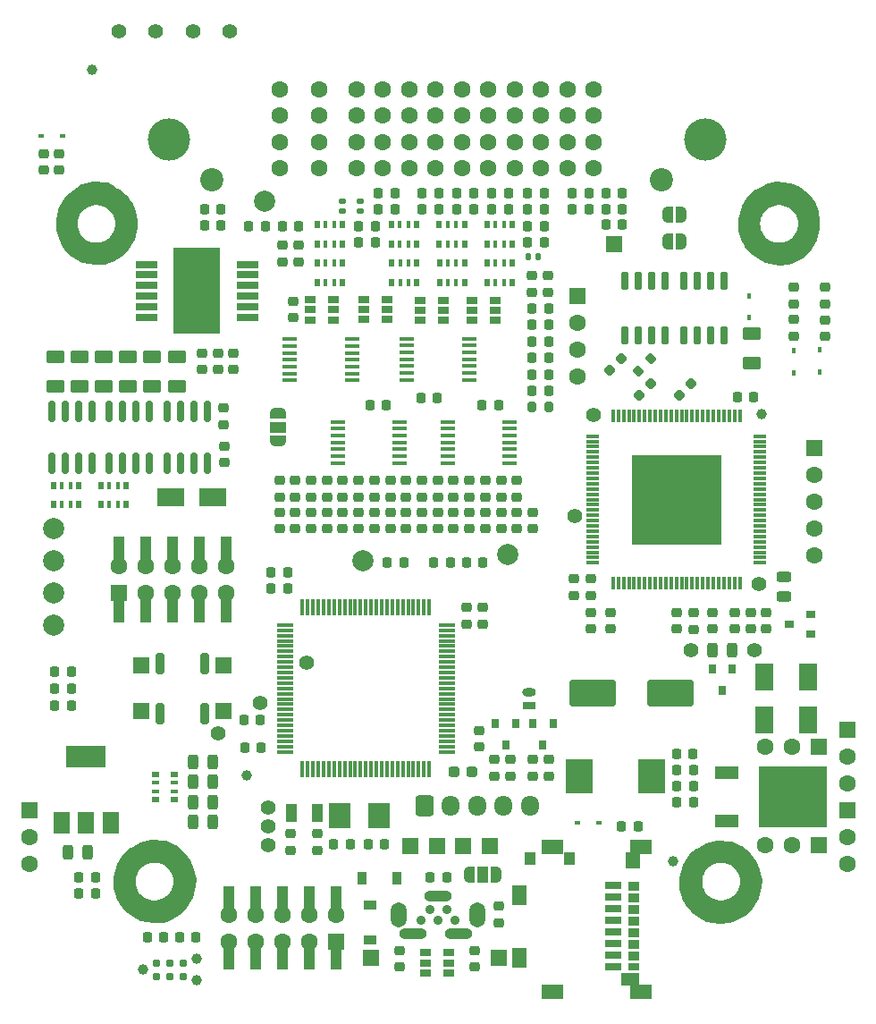
<source format=gbr>
%TF.GenerationSoftware,KiCad,Pcbnew,6.0.10-86aedd382b~118~ubuntu22.04.1*%
%TF.CreationDate,2023-01-04T20:04:38+01:00*%
%TF.ProjectId,micro_rusEFI,6d696372-6f5f-4727-9573-4546492e6b69,R0.6.1rc*%
%TF.SameCoordinates,Original*%
%TF.FileFunction,Soldermask,Top*%
%TF.FilePolarity,Negative*%
%FSLAX46Y46*%
G04 Gerber Fmt 4.6, Leading zero omitted, Abs format (unit mm)*
G04 Created by KiCad (PCBNEW 6.0.10-86aedd382b~118~ubuntu22.04.1) date 2023-01-04 20:04:38*
%MOMM*%
%LPD*%
G01*
G04 APERTURE LIST*
G04 Aperture macros list*
%AMRoundRect*
0 Rectangle with rounded corners*
0 $1 Rounding radius*
0 $2 $3 $4 $5 $6 $7 $8 $9 X,Y pos of 4 corners*
0 Add a 4 corners polygon primitive as box body*
4,1,4,$2,$3,$4,$5,$6,$7,$8,$9,$2,$3,0*
0 Add four circle primitives for the rounded corners*
1,1,$1+$1,$2,$3*
1,1,$1+$1,$4,$5*
1,1,$1+$1,$6,$7*
1,1,$1+$1,$8,$9*
0 Add four rect primitives between the rounded corners*
20,1,$1+$1,$2,$3,$4,$5,0*
20,1,$1+$1,$4,$5,$6,$7,0*
20,1,$1+$1,$6,$7,$8,$9,0*
20,1,$1+$1,$8,$9,$2,$3,0*%
%AMFreePoly0*
4,1,22,0.550000,-0.750000,0.000000,-0.750000,0.000000,-0.745033,-0.079941,-0.743568,-0.215256,-0.701293,-0.333266,-0.622738,-0.424486,-0.514219,-0.481581,-0.384460,-0.499164,-0.250000,-0.500000,-0.250000,-0.500000,0.250000,-0.499164,0.250000,-0.499963,0.256109,-0.478152,0.396186,-0.417904,0.524511,-0.324060,0.630769,-0.204165,0.706417,-0.067858,0.745374,0.000000,0.744959,0.000000,0.750000,
0.550000,0.750000,0.550000,-0.750000,0.550000,-0.750000,$1*%
%AMFreePoly1*
4,1,20,0.000000,0.744959,0.073905,0.744508,0.209726,0.703889,0.328688,0.626782,0.421226,0.519385,0.479903,0.390333,0.500000,0.250000,0.500000,-0.250000,0.499851,-0.262216,0.476331,-0.402017,0.414519,-0.529596,0.319384,-0.634700,0.198574,-0.708877,0.061801,-0.746166,0.000000,-0.745033,0.000000,-0.750000,-0.550000,-0.750000,-0.550000,0.750000,0.000000,0.750000,0.000000,0.744959,
0.000000,0.744959,$1*%
%AMFreePoly2*
4,1,22,0.500000,-0.750000,0.000000,-0.750000,0.000000,-0.745033,-0.079941,-0.743568,-0.215256,-0.701293,-0.333266,-0.622738,-0.424486,-0.514219,-0.481581,-0.384460,-0.499164,-0.250000,-0.500000,-0.250000,-0.500000,0.250000,-0.499164,0.250000,-0.499963,0.256109,-0.478152,0.396186,-0.417904,0.524511,-0.324060,0.630769,-0.204165,0.706417,-0.067858,0.745374,0.000000,0.744959,0.000000,0.750000,
0.500000,0.750000,0.500000,-0.750000,0.500000,-0.750000,$1*%
%AMFreePoly3*
4,1,20,0.000000,0.744959,0.073905,0.744508,0.209726,0.703889,0.328688,0.626782,0.421226,0.519385,0.479903,0.390333,0.500000,0.250000,0.500000,-0.250000,0.499851,-0.262216,0.476331,-0.402017,0.414519,-0.529596,0.319384,-0.634700,0.198574,-0.708877,0.061801,-0.746166,0.000000,-0.745033,0.000000,-0.750000,-0.500000,-0.750000,-0.500000,0.750000,0.000000,0.750000,0.000000,0.744959,
0.000000,0.744959,$1*%
G04 Aperture macros list end*
%ADD10RoundRect,0.218750X0.026517X-0.335876X0.335876X-0.026517X-0.026517X0.335876X-0.335876X0.026517X0*%
%ADD11RoundRect,0.218750X-0.218750X-0.256250X0.218750X-0.256250X0.218750X0.256250X-0.218750X0.256250X0*%
%ADD12RoundRect,0.218750X0.218750X0.256250X-0.218750X0.256250X-0.218750X-0.256250X0.218750X-0.256250X0*%
%ADD13RoundRect,0.243750X-0.243750X-0.456250X0.243750X-0.456250X0.243750X0.456250X-0.243750X0.456250X0*%
%ADD14RoundRect,0.218750X0.256250X-0.218750X0.256250X0.218750X-0.256250X0.218750X-0.256250X-0.218750X0*%
%ADD15RoundRect,0.218750X-0.256250X0.218750X-0.256250X-0.218750X0.256250X-0.218750X0.256250X0.218750X0*%
%ADD16R,0.900000X1.200000*%
%ADD17R,1.060000X0.650000*%
%ADD18R,1.450000X0.450000*%
%ADD19C,0.889000*%
%ADD20O,1.500000X2.380000*%
%ADD21O,2.616200X1.016000*%
%ADD22R,0.500000X0.800000*%
%ADD23R,0.400000X0.800000*%
%ADD24C,2.000000*%
%ADD25C,1.000000*%
%ADD26R,0.800000X0.500000*%
%ADD27R,0.800000X0.400000*%
%ADD28R,2.000000X2.400000*%
%ADD29RoundRect,0.250000X-0.625000X0.375000X-0.625000X-0.375000X0.625000X-0.375000X0.625000X0.375000X0*%
%ADD30RoundRect,0.147500X0.172500X-0.147500X0.172500X0.147500X-0.172500X0.147500X-0.172500X-0.147500X0*%
%ADD31R,0.900000X0.800000*%
%ADD32R,1.800000X2.500000*%
%ADD33RoundRect,0.150000X0.150000X-0.825000X0.150000X0.825000X-0.150000X0.825000X-0.150000X-0.825000X0*%
%ADD34R,1.000000X1.800000*%
%ADD35R,1.500000X2.000000*%
%ADD36R,3.800000X2.000000*%
%ADD37R,2.200000X1.200000*%
%ADD38R,6.400000X5.800000*%
%ADD39R,0.800000X0.900000*%
%ADD40R,1.500000X1.500000*%
%ADD41RoundRect,0.243750X-0.456250X0.243750X-0.456250X-0.243750X0.456250X-0.243750X0.456250X0.243750X0*%
%ADD42R,0.450000X0.600000*%
%ADD43RoundRect,0.200000X0.200000X0.800000X-0.200000X0.800000X-0.200000X-0.800000X0.200000X-0.800000X0*%
%ADD44RoundRect,0.200000X-0.200000X-0.800000X0.200000X-0.800000X0.200000X0.800000X-0.200000X0.800000X0*%
%ADD45C,0.990600*%
%ADD46C,0.787400*%
%ADD47FreePoly0,90.000000*%
%ADD48R,1.500000X1.000000*%
%ADD49FreePoly1,90.000000*%
%ADD50RoundRect,0.150000X0.150000X-0.725000X0.150000X0.725000X-0.150000X0.725000X-0.150000X-0.725000X0*%
%ADD51R,2.000000X0.650000*%
%ADD52R,4.500000X8.100000*%
%ADD53RoundRect,0.075000X-0.550000X-0.075000X0.550000X-0.075000X0.550000X0.075000X-0.550000X0.075000X0*%
%ADD54RoundRect,0.075000X-0.075000X-0.550000X0.075000X-0.550000X0.075000X0.550000X-0.075000X0.550000X0*%
%ADD55R,8.500000X8.500000*%
%ADD56RoundRect,0.250000X1.950000X1.000000X-1.950000X1.000000X-1.950000X-1.000000X1.950000X-1.000000X0*%
%ADD57RoundRect,0.075000X0.075000X-0.725000X0.075000X0.725000X-0.075000X0.725000X-0.075000X-0.725000X0*%
%ADD58RoundRect,0.075000X0.725000X-0.075000X0.725000X0.075000X-0.725000X0.075000X-0.725000X-0.075000X0*%
%ADD59RoundRect,0.200000X0.200000X0.275000X-0.200000X0.275000X-0.200000X-0.275000X0.200000X-0.275000X0*%
%ADD60R,1.200000X0.900000*%
%ADD61R,1.000000X3.000000*%
%ADD62RoundRect,0.237500X-0.287500X-0.237500X0.287500X-0.237500X0.287500X0.237500X-0.287500X0.237500X0*%
%ADD63RoundRect,0.147500X0.147500X0.172500X-0.147500X0.172500X-0.147500X-0.172500X0.147500X-0.172500X0*%
%ADD64RoundRect,0.218750X-0.026517X0.335876X-0.335876X0.026517X0.026517X-0.335876X0.335876X-0.026517X0*%
%ADD65RoundRect,0.200000X-0.053033X0.335876X-0.335876X0.053033X0.053033X-0.335876X0.335876X-0.053033X0*%
%ADD66R,1.000000X3.150000*%
%ADD67C,4.000000*%
%ADD68C,2.200000*%
%ADD69C,1.600000*%
%ADD70C,1.400000*%
%ADD71R,1.600000X1.600000*%
%ADD72R,1.524000X1.524000*%
%ADD73R,1.300000X0.800000*%
%ADD74O,1.300000X0.800000*%
%ADD75R,0.600000X0.450000*%
%ADD76R,1.500000X0.800000*%
%ADD77R,2.000000X1.450000*%
%ADD78R,2.500000X3.300000*%
%ADD79RoundRect,0.249900X-0.600100X-0.725100X0.600100X-0.725100X0.600100X0.725100X-0.600100X0.725100X0*%
%ADD80O,1.700000X1.950000*%
%ADD81R,1.100000X0.850000*%
%ADD82R,1.100000X0.750000*%
%ADD83R,1.000000X1.200000*%
%ADD84R,1.350000X1.900000*%
%ADD85R,1.800000X1.170000*%
%ADD86R,1.350000X1.550000*%
%ADD87R,2.500000X1.800000*%
%ADD88FreePoly0,180.000000*%
%ADD89R,1.000000X1.500000*%
%ADD90FreePoly1,180.000000*%
%ADD91FreePoly2,180.000000*%
%ADD92FreePoly3,180.000000*%
G04 APERTURE END LIST*
D10*
X83743153Y-58556847D03*
X84856847Y-57443153D03*
D11*
X69812500Y-58100000D03*
X71387500Y-58100000D03*
D12*
X85087500Y-92500000D03*
X83512500Y-92500000D03*
X85116300Y-97030500D03*
X83541300Y-97030500D03*
D11*
X69812500Y-51850000D03*
X71387500Y-51850000D03*
X51053900Y-101031040D03*
X52628900Y-101031040D03*
D13*
X25859500Y-101790500D03*
X27734500Y-101790500D03*
D14*
X73800000Y-77500000D03*
X73800000Y-75925000D03*
D11*
X69812500Y-50292000D03*
X71387500Y-50292000D03*
X76812500Y-42400000D03*
X78387500Y-42400000D03*
D15*
X71374000Y-47212500D03*
X71374000Y-48787500D03*
D12*
X55859780Y-101031040D03*
X54284780Y-101031040D03*
X28473500Y-104203500D03*
X26898500Y-104203500D03*
D15*
X64389000Y-111099500D03*
X64389000Y-112674500D03*
D16*
X53750000Y-104250000D03*
X57050000Y-104250000D03*
D17*
X59733000Y-111318000D03*
X59733000Y-112268000D03*
X59733000Y-113218000D03*
X61933000Y-113218000D03*
X61933000Y-112268000D03*
X61933000Y-111318000D03*
D15*
X57277000Y-111099500D03*
X57277000Y-112674500D03*
D14*
X66675000Y-108483500D03*
X66675000Y-106908500D03*
X71450000Y-94612500D03*
X71450000Y-93037500D03*
D15*
X63601600Y-78612900D03*
X63601600Y-80187900D03*
D11*
X45112500Y-76800000D03*
X46687500Y-76800000D03*
D12*
X26187500Y-87884000D03*
X24612500Y-87884000D03*
D18*
X57306000Y-64942000D03*
X57306000Y-64292000D03*
X57306000Y-63642000D03*
X57306000Y-62992000D03*
X57306000Y-62342000D03*
X57306000Y-61692000D03*
X57306000Y-61042000D03*
X51406000Y-61042000D03*
X51406000Y-61692000D03*
X51406000Y-62342000D03*
X51406000Y-62992000D03*
X51406000Y-63642000D03*
X51406000Y-64292000D03*
X51406000Y-64942000D03*
D14*
X40640000Y-61341100D03*
X40640000Y-59766100D03*
D12*
X44092000Y-89281800D03*
X42517000Y-89281800D03*
D14*
X65125600Y-80187900D03*
X65125600Y-78612900D03*
D15*
X64790320Y-90271500D03*
X64790320Y-91846500D03*
D11*
X38785700Y-42418000D03*
X40360700Y-42418000D03*
X38785700Y-40894000D03*
X40360700Y-40894000D03*
D15*
X40665400Y-63347500D03*
X40665400Y-64922500D03*
D19*
X62534600Y-108221400D03*
X61734600Y-107221400D03*
X60934600Y-108221400D03*
X60134600Y-107221400D03*
X59334600Y-108221400D03*
D20*
X64634600Y-107721400D03*
D21*
X58534600Y-109471400D03*
X60934600Y-105971400D03*
X62834600Y-109471400D03*
D20*
X57234600Y-107721400D03*
D12*
X26187500Y-84734400D03*
X24612500Y-84734400D03*
D22*
X58921500Y-42407000D03*
D23*
X58121500Y-42407000D03*
X57321500Y-42407000D03*
D22*
X56521500Y-42407000D03*
X56521500Y-44207000D03*
D23*
X57321500Y-44207000D03*
X58121500Y-44207000D03*
D22*
X58921500Y-44207000D03*
D11*
X69387500Y-42500000D03*
X70962500Y-42500000D03*
D18*
X67720000Y-64942000D03*
X67720000Y-64292000D03*
X67720000Y-63642000D03*
X67720000Y-62992000D03*
X67720000Y-62342000D03*
X67720000Y-61692000D03*
X67720000Y-61042000D03*
X61820000Y-61042000D03*
X61820000Y-61692000D03*
X61820000Y-62342000D03*
X61820000Y-62992000D03*
X61820000Y-63642000D03*
X61820000Y-64292000D03*
X61820000Y-64942000D03*
D11*
X73612500Y-40925000D03*
X75187500Y-40925000D03*
X26898500Y-105727500D03*
X28473500Y-105727500D03*
D24*
X67500000Y-73600000D03*
D12*
X54987500Y-42500000D03*
X53412500Y-42500000D03*
D25*
X83185000Y-102616000D03*
X42799000Y-94488000D03*
D12*
X71387500Y-55000000D03*
X69812500Y-55000000D03*
D13*
X37712500Y-97050000D03*
X39587500Y-97050000D03*
X37696000Y-98950000D03*
X39571000Y-98950000D03*
X37696000Y-95150000D03*
X39571000Y-95150000D03*
X37696000Y-93250000D03*
X39571000Y-93250000D03*
D15*
X94600000Y-51362500D03*
X94600000Y-52937500D03*
D14*
X23550000Y-37237500D03*
X23550000Y-35662500D03*
D26*
X35963000Y-96831000D03*
D27*
X35963000Y-96031000D03*
X35963000Y-95231000D03*
D26*
X35963000Y-94431000D03*
X34163000Y-94431000D03*
D27*
X34163000Y-95231000D03*
X34163000Y-96031000D03*
D26*
X34163000Y-96831000D03*
D28*
X55306840Y-98348800D03*
X51606840Y-98348800D03*
D11*
X63612500Y-74400000D03*
X65187500Y-74400000D03*
D12*
X85116300Y-93982500D03*
X83541300Y-93982500D03*
X85116300Y-95506500D03*
X83541300Y-95506500D03*
X44547500Y-42500000D03*
X42972500Y-42500000D03*
X37998500Y-109855000D03*
X36423500Y-109855000D03*
D14*
X40081200Y-56108700D03*
X40081200Y-54533700D03*
D29*
X24658800Y-54900000D03*
X24658800Y-57700000D03*
D15*
X38582600Y-54533700D03*
X38582600Y-56108700D03*
X25050000Y-35662500D03*
X25050000Y-37237500D03*
D30*
X53525000Y-41135000D03*
X53525000Y-40165000D03*
D11*
X76812500Y-40900000D03*
X78387500Y-40900000D03*
D25*
X28194000Y-27736800D03*
D12*
X46685300Y-75311000D03*
X45110300Y-75311000D03*
D14*
X67797680Y-94612500D03*
X67797680Y-93037500D03*
D11*
X69812500Y-56550000D03*
X71387500Y-56550000D03*
D14*
X97600000Y-49887500D03*
X97600000Y-48312500D03*
D18*
X57943960Y-53168000D03*
X57943960Y-53818000D03*
X57943960Y-54468000D03*
X57943960Y-55118000D03*
X57943960Y-55768000D03*
X57943960Y-56418000D03*
X57943960Y-57068000D03*
X63843960Y-57068000D03*
X63843960Y-56418000D03*
X63843960Y-55768000D03*
X63843960Y-55118000D03*
X63843960Y-54468000D03*
X63843960Y-53818000D03*
X63843960Y-53168000D03*
D31*
X96186500Y-81150500D03*
X96186500Y-79250500D03*
X94186500Y-80200500D03*
D32*
X96000000Y-89250000D03*
X96000000Y-85250000D03*
D24*
X24536400Y-74168000D03*
D33*
X24358600Y-65009800D03*
X25628600Y-65009800D03*
X26898600Y-65009800D03*
X28168600Y-65009800D03*
X28168600Y-60059800D03*
X26898600Y-60059800D03*
X25628600Y-60059800D03*
X24358600Y-60059800D03*
D15*
X46990000Y-100050000D03*
X46990000Y-101625000D03*
D34*
X47010000Y-98100000D03*
X49510000Y-98100000D03*
D11*
X33375500Y-109855000D03*
X34950500Y-109855000D03*
D35*
X25300000Y-99050000D03*
X27600000Y-99050000D03*
D36*
X27600000Y-92750000D03*
D35*
X29900000Y-99050000D03*
D17*
X64152600Y-49545200D03*
X64152600Y-50495200D03*
X64152600Y-51445200D03*
X66352600Y-51445200D03*
X66352600Y-50495200D03*
X66352600Y-49545200D03*
D24*
X24536400Y-80264000D03*
D17*
X51051640Y-51394400D03*
X51051640Y-50444400D03*
X51051640Y-49494400D03*
X48851640Y-49494400D03*
X48851640Y-50444400D03*
X48851640Y-51394400D03*
D14*
X49530000Y-101625000D03*
X49530000Y-100050000D03*
D11*
X56112500Y-74400000D03*
X57687500Y-74400000D03*
D17*
X61460000Y-51445200D03*
X61460000Y-50495200D03*
X61460000Y-49545200D03*
X59260000Y-49545200D03*
X59260000Y-50495200D03*
X59260000Y-51445200D03*
D22*
X31400000Y-67050000D03*
D23*
X30600000Y-67050000D03*
X29800000Y-67050000D03*
D22*
X29000000Y-67050000D03*
X29000000Y-68850000D03*
D23*
X29800000Y-68850000D03*
X30600000Y-68850000D03*
D22*
X31400000Y-68850000D03*
D12*
X56032500Y-59436000D03*
X54457500Y-59436000D03*
D29*
X26958800Y-54900000D03*
X26958800Y-57700000D03*
X29258800Y-54900000D03*
X29258800Y-57700000D03*
X31558800Y-54900000D03*
X31558800Y-57700000D03*
X33858800Y-54900000D03*
X33858800Y-57700000D03*
X36158800Y-54900000D03*
X36158800Y-57700000D03*
D33*
X29794200Y-65009800D03*
X31064200Y-65009800D03*
X32334200Y-65009800D03*
X33604200Y-65009800D03*
X33604200Y-60059800D03*
X32334200Y-60059800D03*
X31064200Y-60059800D03*
X29794200Y-60059800D03*
X35229800Y-65009800D03*
X36499800Y-65009800D03*
X37769800Y-65009800D03*
X39039800Y-65009800D03*
X39039800Y-60059800D03*
X37769800Y-60059800D03*
X36499800Y-60059800D03*
X35229800Y-60059800D03*
D12*
X66637000Y-59436000D03*
X65062000Y-59436000D03*
D17*
X53891000Y-49469000D03*
X53891000Y-50419000D03*
X53891000Y-51369000D03*
X56091000Y-51369000D03*
X56091000Y-50419000D03*
X56091000Y-49469000D03*
D22*
X51873000Y-42407000D03*
D23*
X51073000Y-42407000D03*
X50273000Y-42407000D03*
D22*
X49473000Y-42407000D03*
X49473000Y-44207000D03*
D23*
X50273000Y-44207000D03*
X51073000Y-44207000D03*
D22*
X51873000Y-44207000D03*
D18*
X46902580Y-53226420D03*
X46902580Y-53876420D03*
X46902580Y-54526420D03*
X46902580Y-55176420D03*
X46902580Y-55826420D03*
X46902580Y-56476420D03*
X46902580Y-57126420D03*
X52802580Y-57126420D03*
X52802580Y-56476420D03*
X52802580Y-55826420D03*
X52802580Y-55176420D03*
X52802580Y-54526420D03*
X52802580Y-53876420D03*
X52802580Y-53226420D03*
D14*
X60900000Y-68187500D03*
X60900000Y-66612500D03*
X59400000Y-68187500D03*
X59400000Y-66612500D03*
X57900000Y-68187500D03*
X57900000Y-66612500D03*
X62400000Y-71187500D03*
X62400000Y-69612500D03*
X60900000Y-71187500D03*
X60900000Y-69612500D03*
X57900000Y-71187500D03*
X57900000Y-69612500D03*
X59400000Y-71187500D03*
X59400000Y-69612500D03*
X62400000Y-68187500D03*
X62400000Y-66612500D03*
D37*
X88256000Y-94240000D03*
D38*
X94556000Y-96520000D03*
D37*
X88256000Y-98800000D03*
D14*
X66900000Y-68187500D03*
X66900000Y-66612500D03*
X65400000Y-68187500D03*
X65400000Y-66612500D03*
X63900000Y-68187500D03*
X63900000Y-66612500D03*
X68400000Y-71187500D03*
X68400000Y-69612500D03*
X66900000Y-71187500D03*
X66900000Y-69612500D03*
X65400000Y-71187500D03*
X65400000Y-69612500D03*
X63900000Y-71187500D03*
X63900000Y-69612500D03*
X68400000Y-68187500D03*
X68400000Y-66612500D03*
D12*
X26187500Y-86309200D03*
X24612500Y-86309200D03*
D14*
X56400000Y-68187500D03*
X56400000Y-66612500D03*
X54900000Y-68187500D03*
X54900000Y-66612500D03*
X53400000Y-68187500D03*
X53400000Y-66612500D03*
X51900000Y-68187500D03*
X51900000Y-66612500D03*
X56400000Y-71187500D03*
X56400000Y-69612500D03*
X54900000Y-71187500D03*
X54900000Y-69612500D03*
X53400000Y-71187500D03*
X53400000Y-69612500D03*
X51900000Y-71187500D03*
X51900000Y-69612500D03*
X50400000Y-68187500D03*
X50400000Y-66612500D03*
X45900000Y-68187500D03*
X45900000Y-66612500D03*
X50400000Y-71187500D03*
X50400000Y-69612500D03*
X48900000Y-71187500D03*
X48900000Y-69612500D03*
X47400000Y-71187500D03*
X47400000Y-69612500D03*
X45900000Y-71187500D03*
X45900000Y-69612500D03*
D11*
X59283500Y-58801000D03*
X60858500Y-58801000D03*
D15*
X46200000Y-44337500D03*
X46200000Y-45912500D03*
D24*
X53822600Y-74218800D03*
D39*
X88798440Y-84450680D03*
X86898440Y-84450680D03*
X87848440Y-86450680D03*
D32*
X91789200Y-89250000D03*
X91789200Y-85250000D03*
D15*
X86900000Y-79095500D03*
X86900000Y-80670500D03*
X83566000Y-79095500D03*
X83566000Y-80670500D03*
X91998800Y-79095500D03*
X91998800Y-80670500D03*
X90512900Y-79095500D03*
X90512900Y-80670500D03*
D13*
X86939120Y-82677000D03*
X88814120Y-82677000D03*
D14*
X89027000Y-80670500D03*
X89027000Y-79095500D03*
X85100000Y-80687500D03*
X85100000Y-79112500D03*
D39*
X68270160Y-89611960D03*
X66370160Y-89611960D03*
X67320160Y-91611960D03*
D40*
X32828400Y-88442800D03*
X40628400Y-88442800D03*
D24*
X24536400Y-77216000D03*
D39*
X71816000Y-89611960D03*
X69916000Y-89611960D03*
X70866000Y-91611960D03*
D41*
X93700000Y-75700000D03*
X93700000Y-77575000D03*
D22*
X26900000Y-67050000D03*
D23*
X26100000Y-67050000D03*
X25300000Y-67050000D03*
D22*
X24500000Y-67050000D03*
X24500000Y-68850000D03*
D23*
X25300000Y-68850000D03*
X26100000Y-68850000D03*
D22*
X26900000Y-68850000D03*
D24*
X24536400Y-71120000D03*
D14*
X94600000Y-49887500D03*
X94600000Y-48312500D03*
D12*
X44170700Y-91897200D03*
X42595700Y-91897200D03*
D14*
X41554400Y-56108700D03*
X41554400Y-54533700D03*
D42*
X90400000Y-51200000D03*
X90400000Y-49100000D03*
D43*
X38828400Y-83900000D03*
X34628400Y-83900000D03*
D44*
X34628400Y-88700000D03*
X38828400Y-88700000D03*
D45*
X38100000Y-113919000D03*
X38100000Y-111887000D03*
X33020000Y-112903000D03*
D46*
X34290000Y-113538000D03*
X34290000Y-112268000D03*
X35560000Y-113538000D03*
X35560000Y-112268000D03*
X36830000Y-113538000D03*
X36830000Y-112268000D03*
D47*
X45745400Y-62869600D03*
D48*
X45745400Y-61569600D03*
D49*
X45745400Y-60269600D03*
D14*
X47244000Y-51206500D03*
X47244000Y-49631500D03*
X47400000Y-68187500D03*
X47400000Y-66612500D03*
X48900000Y-68187500D03*
X48900000Y-66612500D03*
D50*
X78595000Y-52875000D03*
X79865000Y-52875000D03*
X81135000Y-52875000D03*
X82405000Y-52875000D03*
X82405000Y-47725000D03*
X81135000Y-47725000D03*
X79865000Y-47725000D03*
X78595000Y-47725000D03*
D12*
X71387500Y-53450000D03*
X69812500Y-53450000D03*
D15*
X97600000Y-51412500D03*
X97600000Y-52987500D03*
D50*
X84195000Y-52875000D03*
X85465000Y-52875000D03*
X86735000Y-52875000D03*
X88005000Y-52875000D03*
X88005000Y-47725000D03*
X86735000Y-47725000D03*
X85465000Y-47725000D03*
X84195000Y-47725000D03*
D14*
X69895720Y-94612500D03*
X69895720Y-93037500D03*
D15*
X69850000Y-47212500D03*
X69850000Y-48787500D03*
D51*
X42900000Y-51141000D03*
X42900000Y-50141000D03*
X42900000Y-49141000D03*
X42900000Y-48141000D03*
X42900000Y-47141000D03*
X42900000Y-46141000D03*
X33300000Y-46141000D03*
X33300000Y-47141000D03*
X33300000Y-48141000D03*
X33300000Y-49141000D03*
X33300000Y-50141000D03*
X33300000Y-51141000D03*
D52*
X38100000Y-48641000D03*
D53*
X75600000Y-62403000D03*
X75600000Y-62903000D03*
X75600000Y-63403000D03*
X75600000Y-63903000D03*
X75600000Y-64403000D03*
X75600000Y-64903000D03*
X75600000Y-65403000D03*
X75600000Y-65903000D03*
X75600000Y-66403000D03*
X75600000Y-66903000D03*
X75600000Y-67403000D03*
X75600000Y-67903000D03*
X75600000Y-68403000D03*
X75600000Y-68903000D03*
X75600000Y-69403000D03*
X75600000Y-69903000D03*
X75600000Y-70403000D03*
X75600000Y-70903000D03*
X75600000Y-71403000D03*
X75600000Y-71903000D03*
X75600000Y-72403000D03*
X75600000Y-72903000D03*
X75600000Y-73403000D03*
X75600000Y-73903000D03*
X75600000Y-74403000D03*
D54*
X77500000Y-76303000D03*
X78000000Y-76303000D03*
X78500000Y-76303000D03*
X79000000Y-76303000D03*
X79500000Y-76303000D03*
X80000000Y-76303000D03*
X80500000Y-76303000D03*
X81000000Y-76303000D03*
X81500000Y-76303000D03*
X82000000Y-76303000D03*
X82500000Y-76303000D03*
X83000000Y-76303000D03*
X83500000Y-76303000D03*
X84000000Y-76303000D03*
X84500000Y-76303000D03*
X85000000Y-76303000D03*
X85500000Y-76303000D03*
X86000000Y-76303000D03*
X86500000Y-76303000D03*
X87000000Y-76303000D03*
X87500000Y-76303000D03*
X88000000Y-76303000D03*
X88500000Y-76303000D03*
X89000000Y-76303000D03*
X89500000Y-76303000D03*
D53*
X91400000Y-74403000D03*
X91400000Y-73903000D03*
X91400000Y-73403000D03*
X91400000Y-72903000D03*
X91400000Y-72403000D03*
X91400000Y-71903000D03*
X91400000Y-71403000D03*
X91400000Y-70903000D03*
X91400000Y-70403000D03*
X91400000Y-69903000D03*
X91400000Y-69403000D03*
X91400000Y-68903000D03*
X91400000Y-68403000D03*
X91400000Y-67903000D03*
X91400000Y-67403000D03*
X91400000Y-66903000D03*
X91400000Y-66403000D03*
X91400000Y-65903000D03*
X91400000Y-65403000D03*
X91400000Y-64903000D03*
X91400000Y-64403000D03*
X91400000Y-63903000D03*
X91400000Y-63403000D03*
X91400000Y-62903000D03*
X91400000Y-62403000D03*
D54*
X89500000Y-60503000D03*
X89000000Y-60503000D03*
X88500000Y-60503000D03*
X88000000Y-60503000D03*
X87500000Y-60503000D03*
X87000000Y-60503000D03*
X86500000Y-60503000D03*
X86000000Y-60503000D03*
X85500000Y-60503000D03*
X85000000Y-60503000D03*
X84500000Y-60503000D03*
X84000000Y-60503000D03*
X83500000Y-60503000D03*
X83000000Y-60503000D03*
X82500000Y-60503000D03*
X82000000Y-60503000D03*
X81500000Y-60503000D03*
X81000000Y-60503000D03*
X80500000Y-60503000D03*
X80000000Y-60503000D03*
X79500000Y-60503000D03*
X79000000Y-60503000D03*
X78500000Y-60503000D03*
X78000000Y-60503000D03*
X77500000Y-60503000D03*
D55*
X83500000Y-68403000D03*
D42*
X94600000Y-54300000D03*
X94600000Y-56400000D03*
D56*
X82948000Y-86741000D03*
X75548000Y-86741000D03*
D57*
X48086800Y-93959600D03*
X48586800Y-93959600D03*
X49086800Y-93959600D03*
X49586800Y-93959600D03*
X50086800Y-93959600D03*
X50586800Y-93959600D03*
X51086800Y-93959600D03*
X51586800Y-93959600D03*
X52086800Y-93959600D03*
X52586800Y-93959600D03*
X53086800Y-93959600D03*
X53586800Y-93959600D03*
X54086800Y-93959600D03*
X54586800Y-93959600D03*
X55086800Y-93959600D03*
X55586800Y-93959600D03*
X56086800Y-93959600D03*
X56586800Y-93959600D03*
X57086800Y-93959600D03*
X57586800Y-93959600D03*
X58086800Y-93959600D03*
X58586800Y-93959600D03*
X59086800Y-93959600D03*
X59586800Y-93959600D03*
X60086800Y-93959600D03*
D58*
X61761800Y-92284600D03*
X61761800Y-91784600D03*
X61761800Y-91284600D03*
X61761800Y-90784600D03*
X61761800Y-90284600D03*
X61761800Y-89784600D03*
X61761800Y-89284600D03*
X61761800Y-88784600D03*
X61761800Y-88284600D03*
X61761800Y-87784600D03*
X61761800Y-87284600D03*
X61761800Y-86784600D03*
X61761800Y-86284600D03*
X61761800Y-85784600D03*
X61761800Y-85284600D03*
X61761800Y-84784600D03*
X61761800Y-84284600D03*
X61761800Y-83784600D03*
X61761800Y-83284600D03*
X61761800Y-82784600D03*
X61761800Y-82284600D03*
X61761800Y-81784600D03*
X61761800Y-81284600D03*
X61761800Y-80784600D03*
X61761800Y-80284600D03*
D57*
X60086800Y-78609600D03*
X59586800Y-78609600D03*
X59086800Y-78609600D03*
X58586800Y-78609600D03*
X58086800Y-78609600D03*
X57586800Y-78609600D03*
X57086800Y-78609600D03*
X56586800Y-78609600D03*
X56086800Y-78609600D03*
X55586800Y-78609600D03*
X55086800Y-78609600D03*
X54586800Y-78609600D03*
X54086800Y-78609600D03*
X53586800Y-78609600D03*
X53086800Y-78609600D03*
X52586800Y-78609600D03*
X52086800Y-78609600D03*
X51586800Y-78609600D03*
X51086800Y-78609600D03*
X50586800Y-78609600D03*
X50086800Y-78609600D03*
X49586800Y-78609600D03*
X49086800Y-78609600D03*
X48586800Y-78609600D03*
X48086800Y-78609600D03*
D58*
X46411800Y-80284600D03*
X46411800Y-80784600D03*
X46411800Y-81284600D03*
X46411800Y-81784600D03*
X46411800Y-82284600D03*
X46411800Y-82784600D03*
X46411800Y-83284600D03*
X46411800Y-83784600D03*
X46411800Y-84284600D03*
X46411800Y-84784600D03*
X46411800Y-85284600D03*
X46411800Y-85784600D03*
X46411800Y-86284600D03*
X46411800Y-86784600D03*
X46411800Y-87284600D03*
X46411800Y-87784600D03*
X46411800Y-88284600D03*
X46411800Y-88784600D03*
X46411800Y-89284600D03*
X46411800Y-89784600D03*
X46411800Y-90284600D03*
X46411800Y-90784600D03*
X46411800Y-91284600D03*
X46411800Y-91784600D03*
X46411800Y-92284600D03*
D12*
X62087500Y-74400000D03*
X60512500Y-74400000D03*
D59*
X71425000Y-59650000D03*
X69775000Y-59650000D03*
D25*
X91567000Y-60325000D03*
D14*
X77300000Y-80670500D03*
X77300000Y-79095500D03*
D29*
X90600000Y-52700000D03*
X90600000Y-55500000D03*
D15*
X47700000Y-44337500D03*
X47700000Y-45912500D03*
D60*
X54483000Y-110108000D03*
X54483000Y-106808000D03*
D14*
X75400000Y-77487500D03*
X75400000Y-75912500D03*
D15*
X75400000Y-79100000D03*
X75400000Y-80675000D03*
D40*
X40628400Y-84124800D03*
X32828400Y-84124800D03*
D11*
X76812500Y-39400000D03*
X78387500Y-39400000D03*
D42*
X97100000Y-54250000D03*
X97100000Y-56350000D03*
D61*
X51231800Y-111486000D03*
X51231800Y-106446000D03*
X48691800Y-111486000D03*
X48691800Y-106446000D03*
X46151800Y-111486000D03*
X46151800Y-106446000D03*
X43611800Y-111486000D03*
X43611800Y-106446000D03*
X41071800Y-111486000D03*
X41071800Y-106446000D03*
D14*
X66268600Y-94612500D03*
X66268600Y-93037500D03*
D62*
X62410400Y-94167960D03*
X64160400Y-94167960D03*
D11*
X78308000Y-99314000D03*
X79883000Y-99314000D03*
X55287500Y-39375000D03*
X56862500Y-39375000D03*
D63*
X70410000Y-45425000D03*
X69440000Y-45425000D03*
D22*
X67951000Y-42407000D03*
D23*
X67151000Y-42407000D03*
X66351000Y-42407000D03*
D22*
X65551000Y-42407000D03*
X65551000Y-44207000D03*
D23*
X66351000Y-44207000D03*
X67151000Y-44207000D03*
D22*
X67951000Y-44207000D03*
X63442500Y-42407000D03*
D23*
X62642500Y-42407000D03*
X61842500Y-42407000D03*
D22*
X61042500Y-42407000D03*
X61042500Y-44207000D03*
D23*
X61842500Y-44207000D03*
X62642500Y-44207000D03*
D22*
X63442500Y-44207000D03*
D30*
X51900000Y-41135000D03*
X51900000Y-40165000D03*
D12*
X56862500Y-40900000D03*
X55287500Y-40900000D03*
D15*
X69900800Y-69621300D03*
X69900800Y-71196300D03*
D11*
X89252500Y-58720000D03*
X90827500Y-58720000D03*
D64*
X78280847Y-55069153D03*
X77167153Y-56182847D03*
X81056847Y-57443153D03*
X79943153Y-58556847D03*
D65*
X81033363Y-55066637D03*
X79866637Y-56233363D03*
D66*
X30683200Y-78496400D03*
X30683200Y-73446400D03*
X33223200Y-78496400D03*
X33223200Y-73446400D03*
X35763200Y-78496400D03*
X35763200Y-73446400D03*
X38303200Y-78496400D03*
X38303200Y-73446400D03*
X40843200Y-78496400D03*
X40843200Y-73446400D03*
D11*
X73612500Y-39400000D03*
X75187500Y-39400000D03*
D12*
X54987500Y-44050000D03*
X53412500Y-44050000D03*
X61747500Y-104140000D03*
X60172500Y-104140000D03*
D67*
X86224200Y-34317600D03*
X35424200Y-34317600D03*
D68*
X82124200Y-38167600D03*
X39524200Y-38167600D03*
D69*
X45974200Y-29567600D03*
X45974200Y-32067600D03*
X45974200Y-34567600D03*
X45974200Y-37067600D03*
X49674200Y-29567600D03*
X49674200Y-32067600D03*
X49674200Y-34567600D03*
X49674200Y-37067600D03*
X53174200Y-29567600D03*
X53174200Y-32067600D03*
X53174200Y-34567600D03*
X53174200Y-37067600D03*
X55674200Y-29567600D03*
X55674200Y-32067600D03*
X55674200Y-34567600D03*
X55674200Y-37067600D03*
X58174200Y-29567600D03*
X58174200Y-32067600D03*
X58174200Y-34567600D03*
X58174200Y-37067600D03*
X60674200Y-29567600D03*
X60674200Y-32067600D03*
X60674200Y-34567600D03*
X60674200Y-37067600D03*
X63174200Y-29567600D03*
X63174200Y-32067600D03*
X63174200Y-34567600D03*
X63174200Y-37067600D03*
X65674200Y-29567600D03*
X65674200Y-32067600D03*
X65674200Y-34567600D03*
X65674200Y-37067600D03*
X68174200Y-29567600D03*
X68174200Y-32067600D03*
X68174200Y-34567600D03*
X68174200Y-37067600D03*
X70674200Y-29567600D03*
X70674200Y-32067600D03*
X70674200Y-34567600D03*
X70674200Y-37067600D03*
X73174200Y-29567600D03*
X73174200Y-32067600D03*
X73174200Y-34567600D03*
X73174200Y-37067600D03*
X75674200Y-29567600D03*
X75674200Y-32067600D03*
X75674200Y-34567600D03*
X75674200Y-37067600D03*
D70*
X40093000Y-90550400D03*
X44792000Y-101091400D03*
X44792000Y-99313400D03*
X44792000Y-97535400D03*
D71*
X60811000Y-101240000D03*
X58311000Y-101240000D03*
D70*
X73900400Y-69999260D03*
X48475000Y-83819400D03*
X44030000Y-87629400D03*
D72*
X63311000Y-101240000D03*
X65811000Y-101240000D03*
D73*
X69557000Y-87934200D03*
D74*
X69557000Y-86689600D03*
D70*
X84851000Y-82651000D03*
X90851000Y-82651000D03*
D71*
X74103600Y-49145809D03*
D69*
X74103600Y-51685809D03*
X74103600Y-54225809D03*
X74103600Y-56765809D03*
D71*
X96525450Y-63499400D03*
D69*
X96525450Y-66039400D03*
X96525450Y-68579400D03*
X96525450Y-71119400D03*
X96525450Y-73659400D03*
D71*
X51238520Y-110258260D03*
D69*
X51238520Y-107718260D03*
X48698520Y-110258260D03*
X48698520Y-107718260D03*
X46158520Y-110258260D03*
X46158520Y-107718260D03*
X43618520Y-110258260D03*
X43618520Y-107718260D03*
X41078520Y-110258260D03*
X41078520Y-107718260D03*
D71*
X30733100Y-77215400D03*
D69*
X30733100Y-74675400D03*
X33273100Y-77215400D03*
X33273100Y-74675400D03*
X35813100Y-77215400D03*
X35813100Y-74675400D03*
X38353100Y-77215400D03*
X38353100Y-74675400D03*
X40893100Y-77215400D03*
X40893100Y-74675400D03*
D71*
X77558000Y-44246200D03*
X54596400Y-111759400D03*
X66661400Y-111759400D03*
X22211400Y-97789400D03*
D69*
X22211400Y-100329400D03*
X22211400Y-102869400D03*
D71*
X99681400Y-97789400D03*
D69*
X99681400Y-100329400D03*
X99681400Y-102869400D03*
D71*
X99681400Y-90169400D03*
D69*
X99681400Y-92709400D03*
X99681400Y-95249400D03*
D71*
X97014400Y-101091400D03*
D69*
X94474400Y-101091400D03*
X91934400Y-101091400D03*
D71*
X97014400Y-91820400D03*
D69*
X94474400Y-91820400D03*
X91934400Y-91820400D03*
D75*
X25400000Y-33950000D03*
X23300000Y-33950000D03*
D70*
X30700000Y-24100000D03*
X34200000Y-24100000D03*
X41200000Y-24100000D03*
X37700000Y-24100000D03*
D11*
X66012500Y-39400000D03*
X67587500Y-39400000D03*
X59410500Y-39400000D03*
X60985500Y-39400000D03*
X59412500Y-40925000D03*
X60987500Y-40925000D03*
X62712500Y-39400000D03*
X64287500Y-39400000D03*
X66012500Y-40925000D03*
X67587500Y-40925000D03*
X62712500Y-40925000D03*
X64287500Y-40925000D03*
X69387500Y-40925000D03*
X70962500Y-40925000D03*
X69387500Y-39400000D03*
X70962500Y-39400000D03*
X69387500Y-44025000D03*
X70962500Y-44025000D03*
D12*
X47737500Y-42500000D03*
X46162500Y-42500000D03*
D24*
X44500000Y-40150000D03*
D76*
X77500000Y-104950000D03*
X77500000Y-106050000D03*
X77500000Y-107150000D03*
X77500000Y-108250000D03*
X77500000Y-109350000D03*
X77500000Y-110450000D03*
X77500000Y-111550000D03*
X77500000Y-112650000D03*
D77*
X80100000Y-101275000D03*
X80100000Y-115025000D03*
X71800000Y-115025000D03*
X71800000Y-101275000D03*
D78*
X81124000Y-94600000D03*
X74324000Y-94600000D03*
D79*
X59625000Y-97425000D03*
D80*
X62125000Y-97425000D03*
X64625000Y-97425000D03*
X67125000Y-97425000D03*
X69625000Y-97425000D03*
D81*
X79475000Y-104995000D03*
X79475000Y-106095000D03*
X79475000Y-107195000D03*
X79475000Y-108295000D03*
X79475000Y-109395000D03*
X79475000Y-110495000D03*
X79475000Y-111595000D03*
D82*
X79475000Y-112645000D03*
D83*
X73325000Y-102360000D03*
X69625000Y-102360000D03*
D84*
X68650000Y-111830000D03*
D85*
X79125000Y-113855000D03*
D86*
X79350000Y-102535000D03*
D84*
X68650000Y-105860000D03*
D75*
X74100000Y-99050000D03*
X76200000Y-99050000D03*
D22*
X51875000Y-46050000D03*
D23*
X51075000Y-46050000D03*
X50275000Y-46050000D03*
D22*
X49475000Y-46050000D03*
X49475000Y-47850000D03*
D23*
X50275000Y-47850000D03*
X51075000Y-47850000D03*
D22*
X51875000Y-47850000D03*
X67950000Y-46050000D03*
D23*
X67150000Y-46050000D03*
X66350000Y-46050000D03*
D22*
X65550000Y-46050000D03*
X65550000Y-47850000D03*
D23*
X66350000Y-47850000D03*
X67150000Y-47850000D03*
D22*
X67950000Y-47850000D03*
D87*
X39600000Y-68150000D03*
X35600000Y-68150000D03*
D88*
X66450000Y-103900000D03*
D89*
X65150000Y-103900000D03*
D90*
X63850000Y-103900000D03*
D91*
X83950000Y-41400000D03*
D92*
X82650000Y-41400000D03*
D22*
X58925000Y-46050000D03*
D23*
X58125000Y-46050000D03*
X57325000Y-46050000D03*
D22*
X56525000Y-46050000D03*
X56525000Y-47850000D03*
D23*
X57325000Y-47850000D03*
X58125000Y-47850000D03*
D22*
X58925000Y-47850000D03*
X63450000Y-46050000D03*
D23*
X62650000Y-46050000D03*
X61850000Y-46050000D03*
D22*
X61050000Y-46050000D03*
X61050000Y-47850000D03*
D23*
X61850000Y-47850000D03*
X62650000Y-47850000D03*
D22*
X63450000Y-47850000D03*
D91*
X83950000Y-43950000D03*
D92*
X82650000Y-43950000D03*
D70*
X91350000Y-76400000D03*
X75650000Y-60400000D03*
G36*
X35139670Y-100728257D02*
G01*
X35181400Y-100738670D01*
X36068519Y-101130652D01*
X36099774Y-101150391D01*
X36928334Y-101863295D01*
X36948055Y-101884697D01*
X37440140Y-102561313D01*
X37452642Y-102582622D01*
X37822428Y-103383825D01*
X37831369Y-103410890D01*
X38032540Y-104375020D01*
X38034571Y-104413294D01*
X37973727Y-105021732D01*
X37971435Y-105036147D01*
X37741242Y-106087341D01*
X37725176Y-106126897D01*
X37155052Y-107044255D01*
X37137422Y-107066549D01*
X36462182Y-107746232D01*
X36432531Y-107768368D01*
X35629798Y-108200608D01*
X35616857Y-108206657D01*
X35007016Y-108450594D01*
X34968602Y-108459327D01*
X34049596Y-108520594D01*
X34022524Y-108519479D01*
X32790219Y-108334633D01*
X32744904Y-108318559D01*
X31774890Y-107746498D01*
X31760969Y-107736978D01*
X31316900Y-107387472D01*
X31296438Y-107367172D01*
X30804067Y-106751709D01*
X30792384Y-106734317D01*
X30441191Y-106103917D01*
X30430111Y-106077212D01*
X30184957Y-105219172D01*
X30180109Y-105184557D01*
X30180109Y-104573997D01*
X32270152Y-104573997D01*
X32289448Y-104831485D01*
X32290851Y-104840791D01*
X32348306Y-105092518D01*
X32351080Y-105101512D01*
X32445411Y-105341864D01*
X32449495Y-105350343D01*
X32578598Y-105573957D01*
X32583889Y-105581718D01*
X32744889Y-105783605D01*
X32751277Y-105790489D01*
X32940555Y-105966114D01*
X32947919Y-105971987D01*
X33161254Y-106117436D01*
X33169399Y-106122138D01*
X33402035Y-106234170D01*
X33410791Y-106237606D01*
X33657525Y-106313713D01*
X33666691Y-106315805D01*
X33922021Y-106354291D01*
X33931397Y-106354993D01*
X34189603Y-106354993D01*
X34198979Y-106354291D01*
X34454309Y-106315805D01*
X34463475Y-106313713D01*
X34710209Y-106237606D01*
X34718965Y-106234170D01*
X34951601Y-106122138D01*
X34959746Y-106117436D01*
X35173081Y-105971987D01*
X35180445Y-105966114D01*
X35369723Y-105790489D01*
X35376111Y-105783605D01*
X35537111Y-105581718D01*
X35542402Y-105573957D01*
X35671505Y-105350343D01*
X35675589Y-105341864D01*
X35769920Y-105101512D01*
X35772694Y-105092518D01*
X35830149Y-104840791D01*
X35831552Y-104831485D01*
X35850848Y-104573997D01*
X35850848Y-104564603D01*
X35831552Y-104307115D01*
X35830149Y-104297809D01*
X35772694Y-104046082D01*
X35769920Y-104037088D01*
X35675589Y-103796736D01*
X35671505Y-103788257D01*
X35542402Y-103564643D01*
X35537111Y-103556882D01*
X35376111Y-103354995D01*
X35369723Y-103348111D01*
X35180445Y-103172486D01*
X35173081Y-103166613D01*
X34959746Y-103021164D01*
X34951601Y-103016462D01*
X34718965Y-102904430D01*
X34710209Y-102900994D01*
X34463475Y-102824887D01*
X34454309Y-102822795D01*
X34198979Y-102784309D01*
X34189603Y-102783607D01*
X33931397Y-102783607D01*
X33922021Y-102784309D01*
X33666691Y-102822795D01*
X33657525Y-102824887D01*
X33410791Y-102900994D01*
X33402035Y-102904430D01*
X33169399Y-103016462D01*
X33161254Y-103021164D01*
X32947919Y-103166613D01*
X32940555Y-103172486D01*
X32751277Y-103348111D01*
X32744889Y-103354995D01*
X32583889Y-103556882D01*
X32578598Y-103564643D01*
X32449495Y-103788257D01*
X32445411Y-103796736D01*
X32351080Y-104037088D01*
X32348306Y-104046082D01*
X32290851Y-104297809D01*
X32289448Y-104307115D01*
X32270152Y-104564603D01*
X32270152Y-104573997D01*
X30180109Y-104573997D01*
X30180109Y-104201715D01*
X30183871Y-104171156D01*
X30492411Y-102936996D01*
X30509386Y-102898303D01*
X31121642Y-101967674D01*
X31148193Y-101938537D01*
X31823435Y-101398343D01*
X31839633Y-101387333D01*
X32704243Y-100893270D01*
X32737898Y-100880018D01*
X33780815Y-100634626D01*
X33818869Y-100631613D01*
X35139670Y-100728257D01*
G37*
G36*
X88733670Y-100791757D02*
G01*
X88775400Y-100802170D01*
X89662519Y-101194152D01*
X89693774Y-101213891D01*
X90522334Y-101926795D01*
X90542055Y-101948197D01*
X91034140Y-102624813D01*
X91046642Y-102646122D01*
X91416428Y-103447325D01*
X91425369Y-103474390D01*
X91626540Y-104438520D01*
X91628571Y-104476794D01*
X91567727Y-105085232D01*
X91565435Y-105099647D01*
X91335242Y-106150841D01*
X91319176Y-106190397D01*
X90749052Y-107107755D01*
X90731422Y-107130049D01*
X90056182Y-107809732D01*
X90026531Y-107831868D01*
X89223798Y-108264108D01*
X89210857Y-108270157D01*
X88601016Y-108514094D01*
X88562602Y-108522827D01*
X87643596Y-108584094D01*
X87616524Y-108582979D01*
X86384219Y-108398133D01*
X86338904Y-108382059D01*
X85368890Y-107809998D01*
X85354969Y-107800478D01*
X84910900Y-107450972D01*
X84890438Y-107430672D01*
X84398067Y-106815209D01*
X84386384Y-106797817D01*
X84035191Y-106167417D01*
X84024111Y-106140712D01*
X83778957Y-105282672D01*
X83774109Y-105248057D01*
X83774109Y-104573997D01*
X85940352Y-104573997D01*
X85959648Y-104831485D01*
X85961051Y-104840791D01*
X86018506Y-105092518D01*
X86021280Y-105101512D01*
X86115611Y-105341864D01*
X86119695Y-105350343D01*
X86248798Y-105573957D01*
X86254089Y-105581718D01*
X86415089Y-105783605D01*
X86421477Y-105790489D01*
X86610755Y-105966114D01*
X86618119Y-105971987D01*
X86831454Y-106117436D01*
X86839599Y-106122138D01*
X87072235Y-106234170D01*
X87080991Y-106237606D01*
X87327725Y-106313713D01*
X87336891Y-106315805D01*
X87592221Y-106354291D01*
X87601597Y-106354993D01*
X87859803Y-106354993D01*
X87869179Y-106354291D01*
X88124509Y-106315805D01*
X88133675Y-106313713D01*
X88380409Y-106237606D01*
X88389165Y-106234170D01*
X88621801Y-106122138D01*
X88629946Y-106117436D01*
X88843281Y-105971987D01*
X88850645Y-105966114D01*
X89039923Y-105790489D01*
X89046311Y-105783605D01*
X89207311Y-105581718D01*
X89212602Y-105573957D01*
X89341705Y-105350343D01*
X89345789Y-105341864D01*
X89440120Y-105101512D01*
X89442894Y-105092518D01*
X89500349Y-104840791D01*
X89501752Y-104831485D01*
X89521048Y-104573997D01*
X89521048Y-104564603D01*
X89501752Y-104307115D01*
X89500349Y-104297809D01*
X89442894Y-104046082D01*
X89440120Y-104037088D01*
X89345789Y-103796736D01*
X89341705Y-103788257D01*
X89212602Y-103564643D01*
X89207311Y-103556882D01*
X89046311Y-103354995D01*
X89039923Y-103348111D01*
X88850645Y-103172486D01*
X88843281Y-103166613D01*
X88629946Y-103021164D01*
X88621801Y-103016462D01*
X88389165Y-102904430D01*
X88380409Y-102900994D01*
X88133675Y-102824887D01*
X88124509Y-102822795D01*
X87869179Y-102784309D01*
X87859803Y-102783607D01*
X87601597Y-102783607D01*
X87592221Y-102784309D01*
X87336891Y-102822795D01*
X87327725Y-102824887D01*
X87080991Y-102900994D01*
X87072235Y-102904430D01*
X86839599Y-103016462D01*
X86831454Y-103021164D01*
X86618119Y-103166613D01*
X86610755Y-103172486D01*
X86421477Y-103348111D01*
X86415089Y-103354995D01*
X86254089Y-103556882D01*
X86248798Y-103564643D01*
X86119695Y-103788257D01*
X86115611Y-103796736D01*
X86021280Y-104037088D01*
X86018506Y-104046082D01*
X85961051Y-104297809D01*
X85959648Y-104307115D01*
X85940352Y-104564603D01*
X85940352Y-104573997D01*
X83774109Y-104573997D01*
X83774109Y-104265215D01*
X83777871Y-104234656D01*
X84086411Y-103000496D01*
X84103386Y-102961803D01*
X84715642Y-102031174D01*
X84742193Y-102002037D01*
X85417435Y-101461843D01*
X85433633Y-101450833D01*
X86298243Y-100956770D01*
X86331898Y-100943518D01*
X87374815Y-100698126D01*
X87412869Y-100695113D01*
X88733670Y-100791757D01*
G37*
G36*
X94321670Y-38434757D02*
G01*
X94363400Y-38445170D01*
X95250519Y-38837152D01*
X95281774Y-38856891D01*
X96110334Y-39569795D01*
X96130055Y-39591197D01*
X96622140Y-40267813D01*
X96634642Y-40289122D01*
X97001411Y-41083790D01*
X97012455Y-41124795D01*
X97103415Y-42092153D01*
X97103871Y-42108886D01*
X97079202Y-42737942D01*
X97076743Y-42758255D01*
X96854685Y-43843875D01*
X96838442Y-43884837D01*
X96323324Y-44718838D01*
X96308342Y-44738485D01*
X95645170Y-45450780D01*
X95612688Y-45475860D01*
X94811799Y-45907108D01*
X94798857Y-45913157D01*
X94189016Y-46157094D01*
X94150602Y-46165827D01*
X93231596Y-46227094D01*
X93204524Y-46225979D01*
X91972219Y-46041133D01*
X91926904Y-46025059D01*
X90956890Y-45452998D01*
X90942969Y-45443478D01*
X90498900Y-45093972D01*
X90478438Y-45073672D01*
X89986067Y-44458209D01*
X89974384Y-44440817D01*
X89623191Y-43810417D01*
X89612111Y-43783712D01*
X89366957Y-42925672D01*
X89362109Y-42891057D01*
X89362109Y-42305897D01*
X91439451Y-42305897D01*
X91458747Y-42563385D01*
X91460150Y-42572691D01*
X91517605Y-42824418D01*
X91520379Y-42833412D01*
X91614710Y-43073764D01*
X91618794Y-43082243D01*
X91747897Y-43305857D01*
X91753188Y-43313618D01*
X91914188Y-43515505D01*
X91920576Y-43522389D01*
X92109854Y-43698014D01*
X92117218Y-43703887D01*
X92330553Y-43849336D01*
X92338698Y-43854038D01*
X92571334Y-43966070D01*
X92580090Y-43969506D01*
X92826824Y-44045613D01*
X92835990Y-44047705D01*
X93091320Y-44086191D01*
X93100696Y-44086893D01*
X93358902Y-44086893D01*
X93368278Y-44086191D01*
X93623608Y-44047705D01*
X93632774Y-44045613D01*
X93879508Y-43969506D01*
X93888264Y-43966070D01*
X94120900Y-43854038D01*
X94129045Y-43849336D01*
X94342380Y-43703887D01*
X94349744Y-43698014D01*
X94539022Y-43522389D01*
X94545410Y-43515505D01*
X94706410Y-43313618D01*
X94711701Y-43305857D01*
X94840804Y-43082243D01*
X94844888Y-43073764D01*
X94939219Y-42833412D01*
X94941993Y-42824418D01*
X94999448Y-42572691D01*
X95000851Y-42563385D01*
X95020147Y-42305897D01*
X95020147Y-42296503D01*
X95000851Y-42039015D01*
X94999448Y-42029709D01*
X94941993Y-41777982D01*
X94939219Y-41768988D01*
X94844888Y-41528636D01*
X94840804Y-41520157D01*
X94711701Y-41296543D01*
X94706410Y-41288782D01*
X94545410Y-41086895D01*
X94539022Y-41080011D01*
X94349744Y-40904386D01*
X94342380Y-40898513D01*
X94129045Y-40753064D01*
X94120900Y-40748362D01*
X93888264Y-40636330D01*
X93879508Y-40632894D01*
X93632774Y-40556787D01*
X93623608Y-40554695D01*
X93368278Y-40516209D01*
X93358902Y-40515507D01*
X93100696Y-40515507D01*
X93091320Y-40516209D01*
X92835990Y-40554695D01*
X92826824Y-40556787D01*
X92580090Y-40632894D01*
X92571334Y-40636330D01*
X92338698Y-40748362D01*
X92330553Y-40753064D01*
X92117218Y-40898513D01*
X92109854Y-40904386D01*
X91920576Y-41080011D01*
X91914188Y-41086895D01*
X91753188Y-41288782D01*
X91747897Y-41296543D01*
X91618794Y-41520157D01*
X91614710Y-41528636D01*
X91520379Y-41768988D01*
X91517605Y-41777982D01*
X91460150Y-42029709D01*
X91458747Y-42039015D01*
X91439451Y-42296503D01*
X91439451Y-42305897D01*
X89362109Y-42305897D01*
X89362109Y-41908215D01*
X89365871Y-41877656D01*
X89674411Y-40643496D01*
X89691386Y-40604803D01*
X90303642Y-39674174D01*
X90330193Y-39645037D01*
X91005435Y-39104843D01*
X91021633Y-39093833D01*
X91886243Y-38599770D01*
X91919898Y-38586518D01*
X92962815Y-38341126D01*
X93000869Y-38338113D01*
X94321670Y-38434757D01*
G37*
G36*
X29613941Y-38409849D02*
G01*
X29655671Y-38420262D01*
X30119373Y-38625153D01*
X30163335Y-38657504D01*
X30208227Y-38708888D01*
X30216371Y-38716675D01*
X30385540Y-38851583D01*
X30394943Y-38857789D01*
X30585478Y-38960320D01*
X30595836Y-38964747D01*
X30784687Y-39026109D01*
X30827931Y-39050430D01*
X31402605Y-39544887D01*
X31422326Y-39566289D01*
X31914411Y-40242905D01*
X31926913Y-40264214D01*
X32296699Y-41065417D01*
X32305640Y-41092482D01*
X32506811Y-42056612D01*
X32508842Y-42094886D01*
X32447998Y-42703324D01*
X32445706Y-42717739D01*
X32215513Y-43768933D01*
X32199447Y-43808489D01*
X31629323Y-44725847D01*
X31611693Y-44748141D01*
X30936453Y-45427824D01*
X30906802Y-45449960D01*
X30104069Y-45882200D01*
X30091128Y-45888249D01*
X29481287Y-46132186D01*
X29442873Y-46140919D01*
X28523867Y-46202186D01*
X28496795Y-46201071D01*
X27264490Y-46016225D01*
X27219175Y-46000151D01*
X26249161Y-45428090D01*
X26235240Y-45418570D01*
X25794633Y-45071790D01*
X25768996Y-45044544D01*
X25379223Y-44482071D01*
X25370872Y-44468192D01*
X24999953Y-43751082D01*
X24990063Y-43725437D01*
X24768776Y-42889464D01*
X24764622Y-42860452D01*
X24750403Y-42305897D01*
X26771053Y-42305897D01*
X26790349Y-42563385D01*
X26791752Y-42572691D01*
X26849207Y-42824418D01*
X26851981Y-42833412D01*
X26946312Y-43073764D01*
X26950396Y-43082243D01*
X27079499Y-43305857D01*
X27084790Y-43313618D01*
X27245790Y-43515505D01*
X27252178Y-43522389D01*
X27441456Y-43698014D01*
X27448820Y-43703887D01*
X27662155Y-43849336D01*
X27670300Y-43854038D01*
X27902936Y-43966070D01*
X27911692Y-43969506D01*
X28158426Y-44045613D01*
X28167592Y-44047705D01*
X28422922Y-44086191D01*
X28432298Y-44086893D01*
X28690504Y-44086893D01*
X28699880Y-44086191D01*
X28955210Y-44047705D01*
X28964376Y-44045613D01*
X29211110Y-43969506D01*
X29219866Y-43966070D01*
X29452502Y-43854038D01*
X29460647Y-43849336D01*
X29673982Y-43703887D01*
X29681346Y-43698014D01*
X29870624Y-43522389D01*
X29877012Y-43515505D01*
X30038012Y-43313618D01*
X30043303Y-43305857D01*
X30172406Y-43082243D01*
X30176490Y-43073764D01*
X30270821Y-42833412D01*
X30273595Y-42824418D01*
X30331050Y-42572691D01*
X30332453Y-42563385D01*
X30351749Y-42305897D01*
X30351749Y-42296503D01*
X30332453Y-42039015D01*
X30331050Y-42029709D01*
X30273595Y-41777982D01*
X30270821Y-41768988D01*
X30176490Y-41528636D01*
X30172406Y-41520157D01*
X30043303Y-41296543D01*
X30038012Y-41288782D01*
X29877012Y-41086895D01*
X29870624Y-41080011D01*
X29681346Y-40904386D01*
X29673982Y-40898513D01*
X29460647Y-40753064D01*
X29452502Y-40748362D01*
X29219866Y-40636330D01*
X29211110Y-40632894D01*
X28964376Y-40556787D01*
X28955210Y-40554695D01*
X28699880Y-40516209D01*
X28690504Y-40515507D01*
X28432298Y-40515507D01*
X28422922Y-40516209D01*
X28167592Y-40554695D01*
X28158426Y-40556787D01*
X27911692Y-40632894D01*
X27902936Y-40636330D01*
X27670300Y-40748362D01*
X27662155Y-40753064D01*
X27448820Y-40898513D01*
X27441456Y-40904386D01*
X27252178Y-41080011D01*
X27245790Y-41086895D01*
X27084790Y-41288782D01*
X27079499Y-41296543D01*
X26950396Y-41520157D01*
X26946312Y-41528636D01*
X26851981Y-41768988D01*
X26849207Y-41777982D01*
X26791752Y-42029709D01*
X26790349Y-42039015D01*
X26771053Y-42296503D01*
X26771053Y-42305897D01*
X24750403Y-42305897D01*
X24740048Y-41902054D01*
X24743917Y-41867679D01*
X25051879Y-40660466D01*
X25068706Y-40622359D01*
X25681636Y-39690705D01*
X25706800Y-39662694D01*
X26335116Y-39145257D01*
X26344825Y-39138015D01*
X27175273Y-38578666D01*
X27216804Y-38560520D01*
X28255086Y-38316218D01*
X28293140Y-38313205D01*
X29613941Y-38409849D01*
G37*
M02*

</source>
